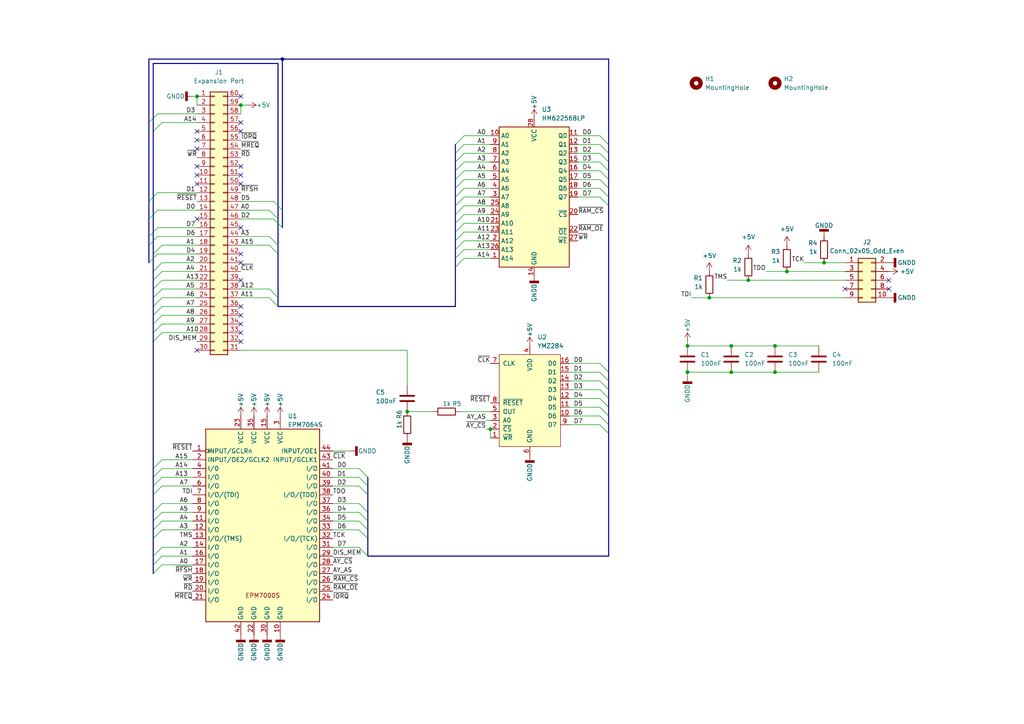
<source format=kicad_sch>
(kicad_sch (version 20231120) (generator "eeschema") (generator_version "8.0")
  (paper "A4")
  (lib_symbols
    (symbol "CPLD:MAX7000_44_PLCC"
      (property "Reference" "U" (at -8.89 35.56 0))
      (symbol "MAX7000_44_PLCC_0_1"
        (rectangle (start -15.24 30.48) (end 17.78 -25.4) (stroke (width 0.254)) (fill (type background)))
      )
      (symbol "MAX7000_44_PLCC_1_1"
        (text "EPM7000S" (at 1.27 -17.78 0) (effects (font (size 1.27 1.27))))
        (pin input clock (at -19.05 24.13 0) (length 3.81) (name "INPUT/GCLRn") (number "1"))
        (pin power_in line (at 6.35 -29.21 90) (length 3.81) (name "GND") (number "10"))
        (pin bidirectional line (at -19.05 3.81 0) (length 3.81) (name "I/O") (number "11"))
        (pin bidirectional line (at -19.05 1.27 0) (length 3.81) (name "I/O") (number "12"))
        (pin bidirectional line (at -19.05 -1.27 0) (length 3.81) (name "I/O/(TMS)") (number "13"))
        (pin bidirectional line (at -19.05 -3.81 0) (length 3.81) (name "I/O") (number "14"))
        (pin power_in line (at 2.54 34.29 270) (length 3.81) (name "VCC") (number "15"))
        (pin bidirectional line (at -19.05 -6.35 0) (length 3.81) (name "I/O") (number "16"))
        (pin bidirectional line (at -19.05 -8.89 0) (length 3.81) (name "I/O") (number "17"))
        (pin bidirectional line (at -19.05 -11.43 0) (length 3.81) (name "I/O") (number "18"))
        (pin bidirectional line (at -19.05 -13.97 0) (length 3.81) (name "I/O") (number "19"))
        (pin input line (at -19.05 21.59 0) (length 3.81) (name "INPUT/OE2/GCLK2") (number "2"))
        (pin bidirectional line (at -19.05 -16.51 0) (length 3.81) (name "I/O") (number "20"))
        (pin bidirectional line (at -19.05 -19.05 0) (length 3.81) (name "I/O") (number "21"))
        (pin power_in line (at -1.27 -29.21 90) (length 3.81) (name "GND") (number "22"))
        (pin power_in line (at -5.08 34.29 270) (length 3.81) (name "VCC") (number "23"))
        (pin bidirectional line (at 21.59 -19.05 180) (length 3.81) (name "I/O") (number "24"))
        (pin bidirectional line (at 21.59 -16.51 180) (length 3.81) (name "I/O") (number "25"))
        (pin bidirectional line (at 21.59 -13.97 180) (length 3.81) (name "I/O") (number "26"))
        (pin bidirectional line (at 21.59 -11.43 180) (length 3.81) (name "I/O") (number "27"))
        (pin bidirectional line (at 21.59 -8.89 180) (length 3.81) (name "I/O") (number "28"))
        (pin bidirectional line (at 21.59 -6.35 180) (length 3.81) (name "I/O") (number "29"))
        (pin power_in line (at 6.35 34.29 270) (length 3.81) (name "VCC") (number "3"))
        (pin power_in line (at 2.54 -29.21 90) (length 3.81) (name "GND") (number "30"))
        (pin bidirectional line (at 21.59 -3.81 180) (length 3.81) (name "I/O") (number "31"))
        (pin bidirectional line (at 21.59 -1.27 180) (length 3.81) (name "I/O/(TCK)") (number "32"))
        (pin bidirectional line (at 21.59 1.27 180) (length 3.81) (name "I/O") (number "33"))
        (pin bidirectional line (at 21.59 3.81 180) (length 3.81) (name "I/O") (number "34"))
        (pin power_in line (at -1.27 34.29 270) (length 3.81) (name "VCC") (number "35"))
        (pin bidirectional line (at 21.59 6.35 180) (length 3.81) (name "I/O") (number "36"))
        (pin bidirectional line (at 21.59 8.89 180) (length 3.81) (name "I/O") (number "37"))
        (pin bidirectional line (at 21.59 11.43 180) (length 3.81) (name "I/O/(TDO)") (number "38"))
        (pin bidirectional line (at 21.59 13.97 180) (length 3.81) (name "I/O") (number "39"))
        (pin bidirectional line (at -19.05 19.05 0) (length 3.81) (name "I/0") (number "4"))
        (pin bidirectional line (at 21.59 16.51 180) (length 3.81) (name "I/O") (number "40"))
        (pin bidirectional line (at 21.59 19.05 180) (length 3.81) (name "I/O") (number "41"))
        (pin power_in line (at -5.08 -29.21 90) (length 3.81) (name "GND") (number "42"))
        (pin input line (at 21.59 21.59 180) (length 3.81) (name "INPUT/GCLK1") (number "43"))
        (pin input line (at 21.59 24.13 180) (length 3.81) (name "INPUT/OE1") (number "44"))
        (pin bidirectional line (at -19.05 16.51 0) (length 3.81) (name "I/O") (number "5"))
        (pin bidirectional line (at -19.05 13.97 0) (length 3.81) (name "I/O") (number "6"))
        (pin bidirectional line (at -19.05 11.43 0) (length 3.81) (name "I/O/(TDI)") (number "7"))
        (pin bidirectional line (at -19.05 8.89 0) (length 3.81) (name "I/O") (number "8"))
        (pin bidirectional line (at -19.05 6.35 0) (length 3.81) (name "I/O") (number "9"))
      )
    )
    (symbol "Connector_Generic:Conn_02x05_Odd_Even" (pin_names (offset 1.016) hide)
      (property "Reference" "J" (at 1.27 7.62 0))
      (property "Value" "Conn_02x05_Odd_Even" (at 1.27 -7.62 0))
      (symbol "Conn_02x05_Odd_Even_1_1"
        (rectangle (start -1.27 -4.953) (end 0 -5.207) (stroke (width 0.1524)))
        (rectangle (start -1.27 -2.413) (end 0 -2.667) (stroke (width 0.1524)))
        (rectangle (start -1.27 0.127) (end 0 -0.127) (stroke (width 0.1524)))
        (rectangle (start -1.27 2.667) (end 0 2.413) (stroke (width 0.1524)))
        (rectangle (start -1.27 5.207) (end 0 4.953) (stroke (width 0.1524)))
        (rectangle (start -1.27 6.35) (end 3.81 -6.35) (stroke (width 0.254)) (fill (type background)))
        (rectangle (start 3.81 -4.953) (end 2.54 -5.207) (stroke (width 0.1524)))
        (rectangle (start 3.81 -2.413) (end 2.54 -2.667) (stroke (width 0.1524)))
        (rectangle (start 3.81 0.127) (end 2.54 -0.127) (stroke (width 0.1524)))
        (rectangle (start 3.81 2.667) (end 2.54 2.413) (stroke (width 0.1524)))
        (rectangle (start 3.81 5.207) (end 2.54 4.953) (stroke (width 0.1524)))
        (pin passive line (at -5.08 5.08 0) (length 3.81) (name "Pin_1") (number "1"))
        (pin passive line (at 7.62 -5.08 180) (length 3.81) (name "Pin_10") (number "10"))
        (pin passive line (at 7.62 5.08 180) (length 3.81) (name "Pin_2") (number "2"))
        (pin passive line (at -5.08 2.54 0) (length 3.81) (name "Pin_3") (number "3"))
        (pin passive line (at 7.62 2.54 180) (length 3.81) (name "Pin_4") (number "4"))
        (pin passive line (at -5.08 0 0) (length 3.81) (name "Pin_5") (number "5"))
        (pin passive line (at 7.62 0 180) (length 3.81) (name "Pin_6") (number "6"))
        (pin passive line (at -5.08 -2.54 0) (length 3.81) (name "Pin_7") (number "7"))
        (pin passive line (at 7.62 -2.54 180) (length 3.81) (name "Pin_8") (number "8"))
        (pin passive line (at -5.08 -5.08 0) (length 3.81) (name "Pin_9") (number "9"))
      )
    )
    (symbol "Connector_Generic:Conn_02x30_Counter_Clockwise" (pin_names (offset 1.016) hide)
      (property "Reference" "J" (at 1.27 38.1 0))
      (property "Value" "Conn_02x30_Counter_Clockwise" (at 1.27 -40.64 0))
      (symbol "Conn_02x30_Counter_Clockwise_1_1"
        (rectangle (start -1.27 -37.973) (end 0 -38.227) (stroke (width 0.1524)))
        (rectangle (start -1.27 -35.433) (end 0 -35.687) (stroke (width 0.1524)))
        (rectangle (start -1.27 -32.893) (end 0 -33.147) (stroke (width 0.1524)))
        (rectangle (start -1.27 -30.353) (end 0 -30.607) (stroke (width 0.1524)))
        (rectangle (start -1.27 -27.813) (end 0 -28.067) (stroke (width 0.1524)))
        (rectangle (start -1.27 -25.273) (end 0 -25.527) (stroke (width 0.1524)))
        (rectangle (start -1.27 -22.733) (end 0 -22.987) (stroke (width 0.1524)))
        (rectangle (start -1.27 -20.193) (end 0 -20.447) (stroke (width 0.1524)))
        (rectangle (start -1.27 -17.653) (end 0 -17.907) (stroke (width 0.1524)))
        (rectangle (start -1.27 -15.113) (end 0 -15.367) (stroke (width 0.1524)))
        (rectangle (start -1.27 -12.573) (end 0 -12.827) (stroke (width 0.1524)))
        (rectangle (start -1.27 -10.033) (end 0 -10.287) (stroke (width 0.1524)))
        (rectangle (start -1.27 -7.493) (end 0 -7.747) (stroke (width 0.1524)))
        (rectangle (start -1.27 -4.953) (end 0 -5.207) (stroke (width 0.1524)))
        (rectangle (start -1.27 -2.413) (end 0 -2.667) (stroke (width 0.1524)))
        (rectangle (start -1.27 0.127) (end 0 -0.127) (stroke (width 0.1524)))
        (rectangle (start -1.27 2.667) (end 0 2.413) (stroke (width 0.1524)))
        (rectangle (start -1.27 5.207) (end 0 4.953) (stroke (width 0.1524)))
        (rectangle (start -1.27 7.747) (end 0 7.493) (stroke (width 0.1524)))
        (rectangle (start -1.27 10.287) (end 0 10.033) (stroke (width 0.1524)))
        (rectangle (start -1.27 12.827) (end 0 12.573) (stroke (width 0.1524)))
        (rectangle (start -1.27 15.367) (end 0 15.113) (stroke (width 0.1524)))
        (rectangle (start -1.27 17.907) (end 0 17.653) (stroke (width 0.1524)))
        (rectangle (start -1.27 20.447) (end 0 20.193) (stroke (width 0.1524)))
        (rectangle (start -1.27 22.987) (end 0 22.733) (stroke (width 0.1524)))
        (rectangle (start -1.27 25.527) (end 0 25.273) (stroke (width 0.1524)))
        (rectangle (start -1.27 28.067) (end 0 27.813) (stroke (width 0.1524)))
        (rectangle (start -1.27 30.607) (end 0 30.353) (stroke (width 0.1524)))
        (rectangle (start -1.27 33.147) (end 0 32.893) (stroke (width 0.1524)))
        (rectangle (start -1.27 35.687) (end 0 35.433) (stroke (width 0.1524)))
        (rectangle (start -1.27 36.83) (end 3.81 -39.37) (stroke (width 0.254)) (fill (type background)))
        (rectangle (start 3.81 -37.973) (end 2.54 -38.227) (stroke (width 0.1524)))
        (rectangle (start 3.81 -35.433) (end 2.54 -35.687) (stroke (width 0.1524)))
        (rectangle (start 3.81 -32.893) (end 2.54 -33.147) (stroke (width 0.1524)))
        (rectangle (start 3.81 -30.353) (end 2.54 -30.607) (stroke (width 0.1524)))
        (rectangle (start 3.81 -27.813) (end 2.54 -28.067) (stroke (width 0.1524)))
        (rectangle (start 3.81 -25.273) (end 2.54 -25.527) (stroke (width 0.1524)))
        (rectangle (start 3.81 -22.733) (end 2.54 -22.987) (stroke (width 0.1524)))
        (rectangle (start 3.81 -20.193) (end 2.54 -20.447) (stroke (width 0.1524)))
        (rectangle (start 3.81 -17.653) (end 2.54 -17.907) (stroke (width 0.1524)))
        (rectangle (start 3.81 -15.113) (end 2.54 -15.367) (stroke (width 0.1524)))
        (rectangle (start 3.81 -12.573) (end 2.54 -12.827) (stroke (width 0.1524)))
        (rectangle (start 3.81 -10.033) (end 2.54 -10.287) (stroke (width 0.1524)))
        (rectangle (start 3.81 -7.493) (end 2.54 -7.747) (stroke (width 0.1524)))
        (rectangle (start 3.81 -4.953) (end 2.54 -5.207) (stroke (width 0.1524)))
        (rectangle (start 3.81 -2.413) (end 2.54 -2.667) (stroke (width 0.1524)))
        (rectangle (start 3.81 0.127) (end 2.54 -0.127) (stroke (width 0.1524)))
        (rectangle (start 3.81 2.667) (end 2.54 2.413) (stroke (width 0.1524)))
        (rectangle (start 3.81 5.207) (end 2.54 4.953) (stroke (width 0.1524)))
        (rectangle (start 3.81 7.747) (end 2.54 7.493) (stroke (width 0.1524)))
        (rectangle (start 3.81 10.287) (end 2.54 10.033) (stroke (width 0.1524)))
        (rectangle (start 3.81 12.827) (end 2.54 12.573) (stroke (width 0.1524)))
        (rectangle (start 3.81 15.367) (end 2.54 15.113) (stroke (width 0.1524)))
        (rectangle (start 3.81 17.907) (end 2.54 17.653) (stroke (width 0.1524)))
        (rectangle (start 3.81 20.447) (end 2.54 20.193) (stroke (width 0.1524)))
        (rectangle (start 3.81 22.987) (end 2.54 22.733) (stroke (width 0.1524)))
        (rectangle (start 3.81 25.527) (end 2.54 25.273) (stroke (width 0.1524)))
        (rectangle (start 3.81 28.067) (end 2.54 27.813) (stroke (width 0.1524)))
        (rectangle (start 3.81 30.607) (end 2.54 30.353) (stroke (width 0.1524)))
        (rectangle (start 3.81 33.147) (end 2.54 32.893) (stroke (width 0.1524)))
        (rectangle (start 3.81 35.687) (end 2.54 35.433) (stroke (width 0.1524)))
        (pin passive line (at -5.08 35.56 0) (length 3.81) (name "Pin_1") (number "1"))
        (pin passive line (at -5.08 12.7 0) (length 3.81) (name "Pin_10") (number "10"))
        (pin passive line (at -5.08 10.16 0) (length 3.81) (name "Pin_11") (number "11"))
        (pin passive line (at -5.08 7.62 0) (length 3.81) (name "Pin_12") (number "12"))
        (pin passive line (at -5.08 5.08 0) (length 3.81) (name "Pin_13") (number "13"))
        (pin passive line (at -5.08 2.54 0) (length 3.81) (name "Pin_14") (number "14"))
        (pin passive line (at -5.08 0 0) (length 3.81) (name "Pin_15") (number "15"))
        (pin passive line (at -5.08 -2.54 0) (length 3.81) (name "Pin_16") (number "16"))
        (pin passive line (at -5.08 -5.08 0) (length 3.81) (name "Pin_17") (number "17"))
        (pin passive line (at -5.08 -7.62 0) (length 3.81) (name "Pin_18") (number "18"))
        (pin passive line (at -5.08 -10.16 0) (length 3.81) (name "Pin_19") (number "19"))
        (pin passive line (at -5.08 33.02 0) (length 3.81) (name "Pin_2") (number "2"))
        (pin passive line (at -5.08 -12.7 0) (length 3.81) (name "Pin_20") (number "20"))
        (pin passive line (at -5.08 -15.24 0) (length 3.81) (name "Pin_21") (number "21"))
        (pin passive line (at -5.08 -17.78 0) (length 3.81) (name "Pin_22") (number "22"))
        (pin passive line (at -5.08 -20.32 0) (length 3.81) (name "Pin_23") (number "23"))
        (pin passive line (at -5.08 -22.86 0) (length 3.81) (name "Pin_24") (number "24"))
        (pin passive line (at -5.08 -25.4 0) (length 3.81) (name "Pin_25") (number "25"))
        (pin passive line (at -5.08 -27.94 0) (length 3.81) (name "Pin_26") (number "26"))
        (pin passive line (at -5.08 -30.48 0) (length 3.81) (name "Pin_27") (number "27"))
        (pin passive line (at -5.08 -33.02 0) (length 3.81) (name "Pin_28") (number "28"))
        (pin passive line (at -5.08 -35.56 0) (length 3.81) (name "Pin_29") (number "29"))
        (pin passive line (at -5.08 30.48 0) (length 3.81) (name "Pin_3") (number "3"))
        (pin passive line (at -5.08 -38.1 0) (length 3.81) (name "Pin_30") (number "30"))
        (pin passive line (at 7.62 -38.1 180) (length 3.81) (name "Pin_31") (number "31"))
        (pin passive line (at 7.62 -35.56 180) (length 3.81) (name "Pin_32") (number "32"))
        (pin passive line (at 7.62 -33.02 180) (length 3.81) (name "Pin_33") (number "33"))
        (pin passive line (at 7.62 -30.48 180) (length 3.81) (name "Pin_34") (number "34"))
        (pin passive line (at 7.62 -27.94 180) (length 3.81) (name "Pin_35") (number "35"))
        (pin passive line (at 7.62 -25.4 180) (length 3.81) (name "Pin_36") (number "36"))
        (pin passive line (at 7.62 -22.86 180) (length 3.81) (name "Pin_37") (number "37"))
        (pin passive line (at 7.62 -20.32 180) (length 3.81) (name "Pin_38") (number "38"))
        (pin passive line (at 7.62 -17.78 180) (length 3.81) (name "Pin_39") (number "39"))
        (pin passive line (at -5.08 27.94 0) (length 3.81) (name "Pin_4") (number "4"))
        (pin passive line (at 7.62 -15.24 180) (length 3.81) (name "Pin_40") (number "40"))
        (pin passive line (at 7.62 -12.7 180) (length 3.81) (name "Pin_41") (number "41"))
        (pin passive line (at 7.62 -10.16 180) (length 3.81) (name "Pin_42") (number "42"))
        (pin passive line (at 7.62 -7.62 180) (length 3.81) (name "Pin_43") (number "43"))
        (pin passive line (at 7.62 -5.08 180) (length 3.81) (name "Pin_44") (number "44"))
        (pin passive line (at 7.62 -2.54 180) (length 3.81) (name "Pin_45") (number "45"))
        (pin passive line (at 7.62 0 180) (length 3.81) (name "Pin_46") (number "46"))
        (pin passive line (at 7.62 2.54 180) (length 3.81) (name "Pin_47") (number "47"))
        (pin passive line (at 7.62 5.08 180) (length 3.81) (name "Pin_48") (number "48"))
        (pin passive line (at 7.62 7.62 180) (length 3.81) (name "Pin_49") (number "49"))
        (pin passive line (at -5.08 25.4 0) (length 3.81) (name "Pin_5") (number "5"))
        (pin passive line (at 7.62 10.16 180) (length 3.81) (name "Pin_50") (number "50"))
        (pin passive line (at 7.62 12.7 180) (length 3.81) (name "Pin_51") (number "51"))
        (pin passive line (at 7.62 15.24 180) (length 3.81) (name "Pin_52") (number "52"))
        (pin passive line (at 7.62 17.78 180) (length 3.81) (name "Pin_53") (number "53"))
        (pin passive line (at 7.62 20.32 180) (length 3.81) (name "Pin_54") (number "54"))
        (pin passive line (at 7.62 22.86 180) (length 3.81) (name "Pin_55") (number "55"))
        (pin passive line (at 7.62 25.4 180) (length 3.81) (name "Pin_56") (number "56"))
        (pin passive line (at 7.62 27.94 180) (length 3.81) (name "Pin_57") (number "57"))
        (pin passive line (at 7.62 30.48 180) (length 3.81) (name "Pin_58") (number "58"))
        (pin passive line (at 7.62 33.02 180) (length 3.81) (name "Pin_59") (number "59"))
        (pin passive line (at -5.08 22.86 0) (length 3.81) (name "Pin_6") (number "6"))
        (pin passive line (at 7.62 35.56 180) (length 3.81) (name "Pin_60") (number "60"))
        (pin passive line (at -5.08 20.32 0) (length 3.81) (name "Pin_7") (number "7"))
        (pin passive line (at -5.08 17.78 0) (length 3.81) (name "Pin_8") (number "8"))
        (pin passive line (at -5.08 15.24 0) (length 3.81) (name "Pin_9") (number "9"))
      )
    )
    (symbol "Device:C" (pin_numbers hide) (pin_names (offset 0.254))
      (property "Reference" "C" (at 0.635 2.54 0))
      (property "Value" "C" (at 0.635 -2.54 0))
      (symbol "C_0_1"
        (polyline (pts (xy -2.032 -0.762) (xy 2.032 -0.762)) (stroke (width 0.508)))
        (polyline (pts (xy -2.032 0.762) (xy 2.032 0.762)) (stroke (width 0.508)))
      )
      (symbol "C_1_1"
        (pin passive line (at 0 3.81 270) (length 2.794) (name "~") (number "1"))
        (pin passive line (at 0 -3.81 90) (length 2.794) (name "~") (number "2"))
      )
    )
    (symbol "Device:R" (pin_numbers hide) (pin_names (offset 0))
      (property "Reference" "R" (at 2.032 0 90))
      (property "Value" "R" (at 0 0 90))
      (symbol "R_0_1"
        (rectangle (start -1.016 -2.54) (end 1.016 2.54) (stroke (width 0.254)))
      )
      (symbol "R_1_1"
        (pin passive line (at 0 3.81 270) (length 1.27) (name "~") (number "1"))
        (pin passive line (at 0 -3.81 90) (length 1.27) (name "~") (number "2"))
      )
    )
    (symbol "Mechanical:MountingHole" (pin_names (offset 1.016)) (exclude_from_sim yes) (in_bom no)
      (property "Reference" "H" (at 0 5.08 0))
      (property "Value" "MountingHole" (at 0 3.175 0))
      (symbol "MountingHole_0_1"
        (circle (center 0 0) (radius 1.27) (stroke (width 1.27)))
      )
    )
    (symbol "Memory_RAM:HM62256BLP"
      (property "Reference" "U" (at -10.16 20.955 0))
      (property "Value" "HM62256BLP" (at 2.54 20.955 0))
      (symbol "HM62256BLP_0_0"
        (pin power_in line (at 0 -22.86 90) (length 2.54) (name "GND") (number "14"))
        (pin power_in line (at 0 22.86 270) (length 2.54) (name "VCC") (number "28"))
      )
      (symbol "HM62256BLP_0_1"
        (rectangle (start -10.16 20.32) (end 10.16 -20.32) (stroke (width 0.254)) (fill (type background)))
      )
      (symbol "HM62256BLP_1_1"
        (pin input line (at -12.7 -17.78 0) (length 2.54) (name "A14") (number "1"))
        (pin input line (at -12.7 17.78 0) (length 2.54) (name "A0") (number "10"))
        (pin tri_state line (at 12.7 17.78 180) (length 2.54) (name "Q0") (number "11"))
        (pin tri_state line (at 12.7 15.24 180) (length 2.54) (name "Q1") (number "12"))
        (pin tri_state line (at 12.7 12.7 180) (length 2.54) (name "Q2") (number "13"))
        (pin tri_state line (at 12.7 10.16 180) (length 2.54) (name "Q3") (number "15"))
        (pin tri_state line (at 12.7 7.62 180) (length 2.54) (name "Q4") (number "16"))
        (pin tri_state line (at 12.7 5.08 180) (length 2.54) (name "Q5") (number "17"))
        (pin tri_state line (at 12.7 2.54 180) (length 2.54) (name "Q6") (number "18"))
        (pin tri_state line (at 12.7 0 180) (length 2.54) (name "Q7") (number "19"))
        (pin input line (at -12.7 -12.7 0) (length 2.54) (name "A12") (number "2"))
        (pin input line (at 12.7 -5.08 180) (length 2.54) (name "~{CS}") (number "20"))
        (pin input line (at -12.7 -7.62 0) (length 2.54) (name "A10") (number "21"))
        (pin input line (at 12.7 -10.16 180) (length 2.54) (name "~{OE}") (number "22"))
        (pin input line (at -12.7 -10.16 0) (length 2.54) (name "A11") (number "23"))
        (pin input line (at -12.7 -5.08 0) (length 2.54) (name "A9") (number "24"))
        (pin input line (at -12.7 -2.54 0) (length 2.54) (name "A8") (number "25"))
        (pin input line (at -12.7 -15.24 0) (length 2.54) (name "A13") (number "26"))
        (pin input line (at 12.7 -12.7 180) (length 2.54) (name "~{WE}") (number "27"))
        (pin input line (at -12.7 0 0) (length 2.54) (name "A7") (number "3"))
        (pin input line (at -12.7 2.54 0) (length 2.54) (name "A6") (number "4"))
        (pin input line (at -12.7 5.08 0) (length 2.54) (name "A5") (number "5"))
        (pin input line (at -12.7 7.62 0) (length 2.54) (name "A4") (number "6"))
        (pin input line (at -12.7 10.16 0) (length 2.54) (name "A3") (number "7"))
        (pin input line (at -12.7 12.7 0) (length 2.54) (name "A2") (number "8"))
        (pin input line (at -12.7 15.24 0) (length 2.54) (name "A1") (number "9"))
      )
    )
    (symbol "Vintage_Audio_Synth:YMZ284" (pin_names (offset 1.016))
      (property "Reference" "U" (at 5.08 7.62 0))
      (property "Value" "YMZ284" (at 7.62 5.08 0))
      (symbol "YMZ284_0_1"
        (rectangle (start -8.89 3.81) (end 8.89 -22.86) (fill (type background)))
      )
      (symbol "YMZ284_1_1"
        (pin input line (at -11.43 -20.32 0) (length 2.54) (name "~{WR}") (number "1"))
        (pin input line (at 11.43 -13.97 180) (length 2.54) (name "D6") (number "10"))
        (pin input line (at 11.43 -11.43 180) (length 2.54) (name "D5") (number "11"))
        (pin input line (at 11.43 -8.89 180) (length 2.54) (name "D4") (number "12"))
        (pin input line (at 11.43 -6.35 180) (length 2.54) (name "D3") (number "13"))
        (pin input line (at 11.43 -3.81 180) (length 2.54) (name "D2") (number "14"))
        (pin input line (at 11.43 -1.27 180) (length 2.54) (name "D1") (number "15"))
        (pin input line (at 11.43 1.27 180) (length 2.54) (name "D0") (number "16"))
        (pin input line (at -11.43 -17.78 0) (length 2.54) (name "~{CS}") (number "2"))
        (pin output line (at -11.43 -15.24 0) (length 2.54) (name "A0") (number "3"))
        (pin input line (at 0 6.35 270) (length 2.54) (name "VDD") (number "4"))
        (pin output line (at -11.43 -12.7 0) (length 2.54) (name "OUT") (number "5"))
        (pin input line (at 0 -25.4 90) (length 2.54) (name "GND") (number "6"))
        (pin input line (at -11.43 1.27 0) (length 2.54) (name "CLK") (number "7"))
        (pin input line (at -11.43 -10.16 0) (length 2.54) (name "~{RESET}") (number "8"))
        (pin input line (at 11.43 -16.51 180) (length 2.54) (name "D7") (number "9"))
      )
    )
    (symbol "power:+5V" (power) (pin_names (offset 0))
      (property "Value" "+5V" (at 0 3.556 0))
      (symbol "+5V_0_1"
        (polyline (pts (xy -0.762 1.27) (xy 0 2.54)))
        (polyline (pts (xy 0 0) (xy 0 2.54)))
        (polyline (pts (xy 0 2.54) (xy 0.762 1.27)))
      )
      (symbol "+5V_1_1"
        (pin power_in line (at 0 0 90) (length 0) hide (name "+5V") (number "1"))
      )
    )
    (symbol "power:GNDD" (power) (pin_names (offset 0))
      (property "Value" "GNDD" (at 0 -3.175 0))
      (symbol "GNDD_0_1"
        (rectangle (start -1.27 -1.524) (end 1.27 -2.032) (stroke (width 0.254)) (fill (type outline)))
        (polyline (pts (xy 0 0) (xy 0 -1.524)))
      )
      (symbol "GNDD_1_1"
        (pin power_in line (at 0 0 270) (length 0) hide (name "GNDD") (number "1"))
      )
    )
  )
  (junction (at 57.15 27.94))
  (junction (at 69.85 30.48))
  (junction (at 199.39 107.95))
  (junction (at 142.24 124.46))
  (junction (at 205.74 86.36))
  (junction (at 81.915 17.145))
  (junction (at 118.11 119.38))
  (junction (at 224.79 100.33))
  (junction (at 199.39 100.33))
  (junction (at 239.014 76.2))
  (junction (at 224.79 107.95))
  (junction (at 228.219 78.74))
  (junction (at 212.09 107.95))
  (junction (at 212.09 100.33))
  (junction (at 217.043 81.28))
  (no_connect (at 57.15 38.1))
  (no_connect (at 245.11 83.82))
  (no_connect (at 57.15 48.26))
  (no_connect (at 57.15 50.8))
  (no_connect (at 57.15 43.18))
  (no_connect (at 57.15 40.64))
  (no_connect (at 69.85 76.2))
  (no_connect (at 69.85 53.34))
  (no_connect (at 69.85 48.26))
  (no_connect (at 69.85 96.52))
  (no_connect (at 69.85 35.56))
  (no_connect (at 69.85 99.06))
  (no_connect (at 57.15 63.5))
  (no_connect (at 57.15 53.34))
  (no_connect (at 257.81 81.28))
  (no_connect (at 69.85 27.94))
  (no_connect (at 69.85 88.9))
  (no_connect (at 69.85 66.04))
  (no_connect (at 57.15 101.6))
  (no_connect (at 69.85 81.28))
  (no_connect (at 69.85 73.66))
  (no_connect (at 69.85 91.44))
  (no_connect (at 69.85 93.98))
  (no_connect (at 69.85 50.8))
  (no_connect (at 69.85 38.1))
  (no_connect (at 257.81 83.82))
  (bus_entry (at 44.45 81.28) (size 2.54 -2.54))
  (bus_entry (at 132.08 41.91) (size 2.54 -2.54))
  (bus_entry (at 44.45 91.44) (size 2.54 -2.54))
  (bus_entry (at 43.18 76.2) (size 2.54 -2.54))
  (bus_entry (at 44.45 138.43) (size 2.54 -2.54))
  (bus_entry (at 173.99 49.53) (size 2.54 2.54))
  (bus_entry (at 173.99 120.65) (size 2.54 2.54))
  (bus_entry (at 43.18 68.58) (size 2.54 -2.54))
  (bus_entry (at 106.68 151.13) (size -2.54 -2.54))
  (bus_entry (at 132.08 67.31) (size 2.54 -2.54))
  (bus_entry (at 173.99 54.61) (size 2.54 2.54))
  (bus_entry (at 78.105 83.82) (size 2.54 2.54))
  (bus_entry (at 173.99 105.41) (size 2.54 2.54))
  (bus_entry (at 106.68 156.21) (size -2.54 -2.54))
  (bus_entry (at 44.45 148.59) (size 2.54 -2.54))
  (bus_entry (at 132.08 52.07) (size 2.54 -2.54))
  (bus_entry (at 44.45 161.29) (size 2.54 -2.54))
  (bus_entry (at 44.45 93.98) (size 2.54 -2.54))
  (bus_entry (at 106.68 161.29) (size -2.54 -2.54))
  (bus_entry (at 173.99 46.99) (size 2.54 2.54))
  (bus_entry (at 44.45 99.06) (size 2.54 -2.54))
  (bus_entry (at 132.08 74.93) (size 2.54 -2.54))
  (bus_entry (at 79.375 63.5) (size 2.54 2.54))
  (bus_entry (at 132.08 59.69) (size 2.54 -2.54))
  (bus_entry (at 106.68 153.67) (size -2.54 -2.54))
  (bus_entry (at 132.08 77.47) (size 2.54 -2.54))
  (bus_entry (at 44.45 153.67) (size 2.54 -2.54))
  (bus_entry (at 106.68 148.59) (size -2.54 -2.54))
  (bus_entry (at 106.68 138.43) (size -2.54 -2.54))
  (bus_entry (at 78.105 68.58) (size 2.54 2.54))
  (bus_entry (at 132.08 57.15) (size 2.54 -2.54))
  (bus_entry (at 44.45 83.82) (size 2.54 -2.54))
  (bus_entry (at 106.68 143.51) (size -2.54 -2.54))
  (bus_entry (at 132.08 62.23) (size 2.54 -2.54))
  (bus_entry (at 173.99 123.19) (size 2.54 2.54))
  (bus_entry (at 45.72 60.96) (size -2.54 2.54))
  (bus_entry (at 173.99 57.15) (size 2.54 2.54))
  (bus_entry (at 44.45 151.13) (size 2.54 -2.54))
  (bus_entry (at 173.99 39.37) (size 2.54 2.54))
  (bus_entry (at 44.45 78.74) (size 2.54 -2.54))
  (bus_entry (at 44.45 88.9) (size 2.54 -2.54))
  (bus_entry (at 173.99 110.49) (size 2.54 2.54))
  (bus_entry (at 43.18 58.42) (size 2.54 -2.54))
  (bus_entry (at 106.68 140.97) (size -2.54 -2.54))
  (bus_entry (at 79.375 58.42) (size 2.54 2.54))
  (bus_entry (at 44.45 38.1) (size 2.54 -2.54))
  (bus_entry (at 132.08 64.77) (size 2.54 -2.54))
  (bus_entry (at 43.18 35.56) (size 2.54 -2.54))
  (bus_entry (at 132.08 54.61) (size 2.54 -2.54))
  (bus_entry (at 43.18 71.12) (size 2.54 -2.54))
  (bus_entry (at 78.105 60.96) (size 2.54 2.54))
  (bus_entry (at 44.45 163.83) (size 2.54 -2.54))
  (bus_entry (at 44.45 135.89) (size 2.54 -2.54))
  (bus_entry (at 173.99 118.11) (size 2.54 2.54))
  (bus_entry (at 132.08 69.85) (size 2.54 -2.54))
  (bus_entry (at 78.105 71.12) (size 2.54 2.54))
  (bus_entry (at 44.45 96.52) (size 2.54 -2.54))
  (bus_entry (at 132.08 44.45) (size 2.54 -2.54))
  (bus_entry (at 173.99 107.95) (size 2.54 2.54))
  (bus_entry (at 44.45 143.51) (size 2.54 -2.54))
  (bus_entry (at 173.99 113.03) (size 2.54 2.54))
  (bus_entry (at 132.08 46.99) (size 2.54 -2.54))
  (bus_entry (at 44.45 73.66) (size 2.54 -2.54))
  (bus_entry (at 44.45 166.37) (size 2.54 -2.54))
  (bus_entry (at 132.08 72.39) (size 2.54 -2.54))
  (bus_entry (at 173.99 52.07) (size 2.54 2.54))
  (bus_entry (at 132.08 49.53) (size 2.54 -2.54))
  (bus_entry (at 78.105 86.36) (size 2.54 2.54))
  (bus_entry (at 173.99 41.91) (size 2.54 2.54))
  (bus_entry (at 44.45 86.36) (size 2.54 -2.54))
  (bus_entry (at 44.45 140.97) (size 2.54 -2.54))
  (bus_entry (at 173.99 115.57) (size 2.54 2.54))
  (bus_entry (at 173.99 44.45) (size 2.54 2.54))
  (bus_entry (at 44.45 156.21) (size 2.54 -2.54))
  (wire (pts (xy 96.52 151.13) (xy 104.14 151.13)))
  (wire (pts (xy 199.39 107.95) (xy 212.09 107.95)))
  (bus (pts (xy 176.53 120.65) (xy 176.53 123.19)))
  (bus (pts (xy 44.45 73.66) (xy 44.45 78.74)))
  (bus (pts (xy 44.45 138.43) (xy 44.45 140.97)))
  (wire (pts (xy 167.64 57.15) (xy 173.99 57.15)))
  (bus (pts (xy 44.45 163.83) (xy 44.45 166.37)))
  (wire (pts (xy 134.62 57.15) (xy 142.24 57.15)))
  (bus (pts (xy 176.53 123.19) (xy 176.53 125.73)))
  (bus (pts (xy 44.45 18.415) (xy 80.645 18.415)))
  (wire (pts (xy 96.52 140.97) (xy 104.14 140.97)))
  (bus (pts (xy 44.45 81.28) (xy 44.45 83.82)))
  (wire (pts (xy 46.99 161.29) (xy 55.88 161.29)))
  (bus (pts (xy 43.18 58.42) (xy 43.18 63.5)))
  (wire (pts (xy 46.99 76.2) (xy 57.15 76.2)))
  (wire (pts (xy 134.62 44.45) (xy 142.24 44.45)))
  (bus (pts (xy 132.08 54.61) (xy 132.08 57.15)))
  (wire (pts (xy 165.1 120.65) (xy 173.99 120.65)))
  (wire (pts (xy 46.99 138.43) (xy 55.88 138.43)))
  (bus (pts (xy 44.45 151.13) (xy 44.45 153.67)))
  (wire (pts (xy 165.1 107.95) (xy 173.99 107.95)))
  (bus (pts (xy 44.45 93.98) (xy 44.45 96.52)))
  (bus (pts (xy 106.68 156.21) (xy 106.68 161.29)))
  (bus (pts (xy 132.08 74.93) (xy 132.08 77.47)))
  (wire (pts (xy 69.85 71.12) (xy 78.105 71.12)))
  (bus (pts (xy 176.53 52.07) (xy 176.53 54.61)))
  (wire (pts (xy 134.62 52.07) (xy 142.24 52.07)))
  (wire (pts (xy 46.99 96.52) (xy 57.15 96.52)))
  (bus (pts (xy 132.08 41.91) (xy 132.08 44.45)))
  (wire (pts (xy 134.62 49.53) (xy 142.24 49.53)))
  (wire (pts (xy 69.85 58.42) (xy 79.375 58.42)))
  (wire (pts (xy 57.15 27.94) (xy 57.15 30.48)))
  (wire (pts (xy 167.64 54.61) (xy 173.99 54.61)))
  (wire (pts (xy 228.219 78.74) (xy 245.11 78.74)))
  (wire (pts (xy 118.11 111.76) (xy 118.11 101.6)))
  (wire (pts (xy 46.99 81.28) (xy 57.15 81.28)))
  (wire (pts (xy 96.52 153.67) (xy 104.14 153.67)))
  (bus (pts (xy 132.08 52.07) (xy 132.08 54.61)))
  (wire (pts (xy 46.99 88.9) (xy 57.15 88.9)))
  (bus (pts (xy 44.45 91.44) (xy 44.45 93.98)))
  (wire (pts (xy 46.99 91.44) (xy 57.15 91.44)))
  (wire (pts (xy 46.99 146.05) (xy 55.88 146.05)))
  (wire (pts (xy 210.947 81.28) (xy 217.043 81.28)))
  (bus (pts (xy 176.53 107.95) (xy 176.53 110.49)))
  (bus (pts (xy 176.53 41.91) (xy 176.53 44.45)))
  (wire (pts (xy 96.52 158.75) (xy 104.14 158.75)))
  (wire (pts (xy 69.85 30.48) (xy 71.755 30.48)))
  (bus (pts (xy 176.53 161.29) (xy 106.68 161.29)))
  (bus (pts (xy 80.645 71.12) (xy 80.645 73.66)))
  (bus (pts (xy 80.645 63.5) (xy 80.645 71.12)))
  (wire (pts (xy 96.52 135.89) (xy 104.14 135.89)))
  (bus (pts (xy 132.08 64.77) (xy 132.08 67.31)))
  (wire (pts (xy 69.85 63.5) (xy 79.375 63.5)))
  (wire (pts (xy 118.11 119.38) (xy 125.73 119.38)))
  (wire (pts (xy 165.1 118.11) (xy 173.99 118.11)))
  (wire (pts (xy 167.64 44.45) (xy 173.99 44.45)))
  (bus (pts (xy 43.18 71.12) (xy 43.18 76.2)))
  (wire (pts (xy 69.85 101.6) (xy 118.11 101.6)))
  (wire (pts (xy 45.72 60.96) (xy 57.15 60.96)))
  (bus (pts (xy 81.915 60.96) (xy 81.915 66.04)))
  (wire (pts (xy 212.09 107.95) (xy 224.79 107.95)))
  (wire (pts (xy 46.99 86.36) (xy 57.15 86.36)))
  (bus (pts (xy 132.08 49.53) (xy 132.08 52.07)))
  (bus (pts (xy 132.08 57.15) (xy 132.08 59.69)))
  (bus (pts (xy 106.68 138.43) (xy 106.68 140.97)))
  (wire (pts (xy 199.39 100.33) (xy 212.09 100.33)))
  (bus (pts (xy 106.68 143.51) (xy 106.68 148.59)))
  (bus (pts (xy 44.45 143.51) (xy 44.45 148.59)))
  (wire (pts (xy 46.99 35.56) (xy 57.15 35.56)))
  (wire (pts (xy 165.1 105.41) (xy 173.99 105.41)))
  (wire (pts (xy 46.99 151.13) (xy 55.88 151.13)))
  (bus (pts (xy 132.08 44.45) (xy 132.08 46.99)))
  (bus (pts (xy 106.68 140.97) (xy 106.68 143.51)))
  (bus (pts (xy 81.915 17.145) (xy 176.53 17.145)))
  (bus (pts (xy 106.68 151.13) (xy 106.68 153.67)))
  (bus (pts (xy 132.08 72.39) (xy 132.08 74.93)))
  (bus (pts (xy 43.18 63.5) (xy 43.18 68.58)))
  (wire (pts (xy 46.99 153.67) (xy 55.88 153.67)))
  (bus (pts (xy 80.645 18.415) (xy 80.645 63.5)))
  (wire (pts (xy 134.62 74.93) (xy 142.24 74.93)))
  (bus (pts (xy 44.45 38.1) (xy 44.45 73.66)))
  (bus (pts (xy 176.53 125.73) (xy 176.53 161.29)))
  (bus (pts (xy 44.45 161.29) (xy 44.45 163.83)))
  (wire (pts (xy 165.1 115.57) (xy 173.99 115.57)))
  (wire (pts (xy 167.64 52.07) (xy 173.99 52.07)))
  (bus (pts (xy 132.08 67.31) (xy 132.08 69.85)))
  (bus (pts (xy 106.68 148.59) (xy 106.68 151.13)))
  (bus (pts (xy 176.53 44.45) (xy 176.53 46.99)))
  (wire (pts (xy 142.24 124.46) (xy 142.24 127)))
  (wire (pts (xy 134.62 39.37) (xy 142.24 39.37)))
  (wire (pts (xy 167.64 46.99) (xy 173.99 46.99)))
  (bus (pts (xy 43.18 68.58) (xy 43.18 71.12)))
  (bus (pts (xy 176.53 59.69) (xy 176.53 107.95)))
  (bus (pts (xy 43.18 35.56) (xy 43.18 58.42)))
  (bus (pts (xy 44.45 88.9) (xy 44.45 91.44)))
  (wire (pts (xy 134.62 59.69) (xy 142.24 59.69)))
  (wire (pts (xy 46.99 163.83) (xy 55.88 163.83)))
  (wire (pts (xy 222.123 78.74) (xy 228.219 78.74)))
  (wire (pts (xy 46.99 140.97) (xy 55.88 140.97)))
  (wire (pts (xy 134.62 67.31) (xy 142.24 67.31)))
  (bus (pts (xy 81.915 17.145) (xy 81.915 60.96)))
  (bus (pts (xy 176.53 118.11) (xy 176.53 120.65)))
  (wire (pts (xy 239.014 76.2) (xy 245.11 76.2)))
  (wire (pts (xy 69.85 30.48) (xy 69.85 33.02)))
  (wire (pts (xy 46.99 83.82) (xy 57.15 83.82)))
  (bus (pts (xy 176.53 115.57) (xy 176.53 118.11)))
  (bus (pts (xy 176.53 17.145) (xy 176.53 41.91)))
  (bus (pts (xy 132.08 59.69) (xy 132.08 62.23)))
  (wire (pts (xy 167.64 41.91) (xy 173.99 41.91)))
  (wire (pts (xy 46.99 135.89) (xy 55.88 135.89)))
  (wire (pts (xy 199.39 99.06) (xy 199.39 100.33)))
  (wire (pts (xy 140.97 124.46) (xy 142.24 124.46)))
  (wire (pts (xy 133.35 119.38) (xy 142.24 119.38)))
  (wire (pts (xy 224.79 100.33) (xy 237.49 100.33)))
  (wire (pts (xy 134.62 41.91) (xy 142.24 41.91)))
  (bus (pts (xy 80.645 73.66) (xy 80.645 86.36)))
  (bus (pts (xy 132.08 46.99) (xy 132.08 49.53)))
  (wire (pts (xy 134.62 72.39) (xy 142.24 72.39)))
  (bus (pts (xy 43.18 35.56) (xy 43.18 17.145)))
  (wire (pts (xy 46.99 78.74) (xy 57.15 78.74)))
  (wire (pts (xy 167.64 39.37) (xy 173.99 39.37)))
  (wire (pts (xy 134.62 69.85) (xy 142.24 69.85)))
  (bus (pts (xy 176.53 57.15) (xy 176.53 59.69)))
  (wire (pts (xy 69.85 68.58) (xy 78.105 68.58)))
  (wire (pts (xy 45.72 55.88) (xy 57.15 55.88)))
  (bus (pts (xy 44.45 78.74) (xy 44.45 81.28)))
  (wire (pts (xy 165.1 110.49) (xy 173.99 110.49)))
  (wire (pts (xy 46.99 71.12) (xy 57.15 71.12)))
  (wire (pts (xy 46.99 148.59) (xy 55.88 148.59)))
  (bus (pts (xy 44.45 140.97) (xy 44.45 143.51)))
  (wire (pts (xy 45.72 68.58) (xy 57.15 68.58)))
  (wire (pts (xy 96.52 146.05) (xy 104.14 146.05)))
  (bus (pts (xy 132.08 77.47) (xy 132.08 88.9)))
  (wire (pts (xy 45.72 66.04) (xy 57.15 66.04)))
  (wire (pts (xy 205.74 86.36) (xy 245.11 86.36)))
  (wire (pts (xy 96.52 138.43) (xy 104.14 138.43)))
  (wire (pts (xy 45.72 73.66) (xy 57.15 73.66)))
  (bus (pts (xy 176.53 110.49) (xy 176.53 113.03)))
  (wire (pts (xy 69.85 60.96) (xy 78.105 60.96)))
  (wire (pts (xy 134.62 54.61) (xy 142.24 54.61)))
  (wire (pts (xy 167.64 49.53) (xy 173.99 49.53)))
  (wire (pts (xy 96.52 148.59) (xy 104.14 148.59)))
  (bus (pts (xy 43.18 17.145) (xy 81.915 17.145)))
  (bus (pts (xy 44.45 38.1) (xy 44.45 18.415)))
  (bus (pts (xy 44.45 156.21) (xy 44.45 161.29)))
  (bus (pts (xy 44.45 148.59) (xy 44.45 151.13)))
  (wire (pts (xy 212.09 100.33) (xy 224.79 100.33)))
  (wire (pts (xy 101.6 130.81) (xy 96.52 130.81)))
  (bus (pts (xy 176.53 54.61) (xy 176.53 57.15)))
  (wire (pts (xy 69.85 83.82) (xy 78.105 83.82)))
  (wire (pts (xy 55.88 27.94) (xy 57.15 27.94)))
  (bus (pts (xy 44.45 99.06) (xy 44.45 135.89)))
  (bus (pts (xy 80.645 88.9) (xy 132.08 88.9)))
  (wire (pts (xy 140.97 121.92) (xy 142.24 121.92)))
  (wire (pts (xy 46.99 93.98) (xy 57.15 93.98)))
  (bus (pts (xy 80.645 88.9) (xy 80.645 86.36)))
  (wire (pts (xy 46.99 158.75) (xy 55.88 158.75)))
  (wire (pts (xy 69.85 86.36) (xy 78.105 86.36)))
  (wire (pts (xy 165.1 113.03) (xy 173.99 113.03)))
  (wire (pts (xy 134.62 64.77) (xy 142.24 64.77)))
  (bus (pts (xy 44.45 99.06) (xy 44.45 96.52)))
  (wire (pts (xy 199.39 109.22) (xy 199.39 107.95)))
  (bus (pts (xy 44.45 83.82) (xy 44.45 86.36)))
  (bus (pts (xy 44.45 135.89) (xy 44.45 138.43)))
  (wire (pts (xy 134.62 46.99) (xy 142.24 46.99)))
  (bus (pts (xy 132.08 69.85) (xy 132.08 72.39)))
  (wire (pts (xy 46.99 133.35) (xy 55.88 133.35)))
  (wire (pts (xy 224.79 107.95) (xy 237.49 107.95)))
  (bus (pts (xy 106.68 153.67) (xy 106.68 156.21)))
  (bus (pts (xy 176.53 49.53) (xy 176.53 52.07)))
  (bus (pts (xy 176.53 113.03) (xy 176.53 115.57)))
  (wire (pts (xy 200.533 86.36) (xy 205.74 86.36)))
  (wire (pts (xy 134.62 62.23) (xy 142.24 62.23)))
  (bus (pts (xy 44.45 86.36) (xy 44.45 88.9)))
  (wire (pts (xy 233.299 76.2) (xy 239.014 76.2)))
  (bus (pts (xy 176.53 46.99) (xy 176.53 49.53)))
  (wire (pts (xy 165.1 123.19) (xy 173.99 123.19)))
  (wire (pts (xy 45.72 33.02) (xy 57.15 33.02)))
  (bus (pts (xy 132.08 62.23) (xy 132.08 64.77)))
  (bus (pts (xy 44.45 153.67) (xy 44.45 156.21)))
  (wire (pts (xy 217.043 81.28) (xy 245.11 81.28)))
  (label "D3" (at 168.91 46.99 0))
  (label "~{RESET}" (at 142.24 116.84 180))
  (label "A3" (at 138.43 46.99 0))
  (label "A15" (at 50.8 133.35 0))
  (label "D7" (at 97.79 158.75 0))
  (label "~{CLK}" (at 69.85 78.74 0))
  (label "~{RD}" (at 55.88 171.45 180))
  (label "A8" (at 138.43 59.69 0))
  (label "TDI" (at 55.88 143.51 180))
  (label "D0" (at 166.37 105.41 0))
  (label "TDO" (at 96.52 143.51 0))
  (label "A10" (at 138.43 64.77 0))
  (label "TCK" (at 233.299 76.2 180))
  (label "D2" (at 166.37 110.49 0))
  (label "A0" (at 69.85 60.96 0))
  (label "A5" (at 52.07 148.59 0))
  (label "A4" (at 138.43 49.53 0))
  (label "A5" (at 53.975 83.82 0))
  (label "D2" (at 97.79 140.97 0))
  (label "A4" (at 53.975 78.74 0))
  (label "A1" (at 138.43 41.91 0))
  (label "D3" (at 53.975 33.02 0))
  (label "A6" (at 138.43 54.61 0))
  (label "TDI" (at 200.533 86.36 180))
  (label "D3" (at 97.79 146.05 0))
  (label "D1" (at 97.79 138.43 0))
  (label "A1" (at 52.07 161.29 0))
  (label "~{RFSH}" (at 69.85 55.88 0))
  (label "A15" (at 69.85 71.12 0))
  (label "A3" (at 52.07 153.67 0))
  (label "A7" (at 52.07 140.97 0))
  (label "A5" (at 138.43 52.07 0))
  (label "~{CLK}" (at 142.24 105.41 180))
  (label "D5" (at 166.37 118.11 0))
  (label "DIS_MEM" (at 57.15 99.06 180))
  (label "A7" (at 138.43 57.15 0))
  (label "A0" (at 52.07 163.83 0))
  (label "A0" (at 138.43 39.37 0))
  (label "D3" (at 166.37 113.03 0))
  (label "~{RAM_OE}" (at 96.52 171.45 0))
  (label "D6" (at 97.79 153.67 0))
  (label "D0" (at 168.91 39.37 0))
  (label "A2" (at 53.975 76.2 0))
  (label "~{WR}" (at 167.64 69.85 0))
  (label "A14" (at 50.8 135.89 0))
  (label "A13" (at 50.8 138.43 0))
  (label "A6" (at 52.07 146.05 0))
  (label "~{MREQ}" (at 69.85 43.18 0))
  (label "A7" (at 53.975 88.9 0))
  (label "A12" (at 69.85 83.82 0))
  (label "A14" (at 53.34 35.56 0))
  (label "D7" (at 168.91 57.15 0))
  (label "AY_AS" (at 140.97 121.92 180))
  (label "~{MREQ}" (at 55.88 173.99 180))
  (label "A2" (at 52.07 158.75 0))
  (label "A10" (at 53.975 96.52 0))
  (label "A11" (at 138.43 67.31 0))
  (label "~{CLK}" (at 96.52 133.35 0))
  (label "D5" (at 97.79 151.13 0))
  (label "~{RESET}" (at 57.15 58.42 180))
  (label "D7" (at 53.975 66.04 0))
  (label "TMS" (at 210.947 81.28 180))
  (label "D5" (at 69.85 58.42 0))
  (label "D1" (at 166.37 107.95 0))
  (label "~{AY_CS}" (at 140.97 124.46 180))
  (label "~{RAM_CS}" (at 96.52 168.91 0))
  (label "D6" (at 168.91 54.61 0))
  (label "TMS" (at 55.88 156.21 180))
  (label "D4" (at 166.37 115.57 0))
  (label "D2" (at 168.91 44.45 0))
  (label "~{AY_CS}" (at 96.52 163.83 0))
  (label "A13" (at 138.43 72.39 0))
  (label "~{RESET}" (at 55.88 130.81 180))
  (label "D1" (at 53.975 55.88 0))
  (label "~{RAM_CS}" (at 167.64 62.23 0))
  (label "D0" (at 97.79 135.89 0))
  (label "D4" (at 168.91 49.53 0))
  (label "D0" (at 53.975 60.96 0))
  (label "~{WR}" (at 55.88 168.91 180))
  (label "~{IORQ}" (at 69.85 40.64 0))
  (label "D6" (at 166.37 120.65 0))
  (label "~{WR}" (at 57.15 45.72 180))
  (label "D1" (at 168.91 41.91 0))
  (label "A8" (at 53.975 91.44 0))
  (label "A9" (at 53.975 93.98 0))
  (label "~{RAM_OE}" (at 167.64 67.31 0))
  (label "D4" (at 53.975 73.66 0))
  (label "A11" (at 69.85 86.36 0))
  (label "DIS_MEM" (at 96.52 161.29 0))
  (label "A9" (at 138.43 62.23 0))
  (label "A1" (at 53.975 71.12 0))
  (label "TCK" (at 96.52 156.21 0))
  (label "~{IORQ}" (at 96.52 173.99 0))
  (label "D5" (at 168.91 52.07 0))
  (label "D7" (at 166.37 123.19 0))
  (label "AY_AS" (at 96.52 166.37 0))
  (label "D6" (at 53.975 68.58 0))
  (label "A3" (at 69.85 68.58 0))
  (label "TDO" (at 222.123 78.74 180))
  (label "A4" (at 52.07 151.13 0))
  (label "A13" (at 53.975 81.28 0))
  (label "A6" (at 53.975 86.36 0))
  (label "D4" (at 97.79 148.59 0))
  (label "~{RD}" (at 69.85 45.72 0))
  (label "~{RFSH}" (at 55.88 166.37 180))
  (label "D2" (at 69.85 63.5 0))
  (label "A14" (at 138.43 74.93 0))
  (label "A2" (at 138.43 44.45 0))
  (label "A12" (at 138.43 69.85 0))
  (symbol (lib_id "power:GNDD") (at 77.47 184.15 0) (unit 1)
    (property "Reference" "#PWR16" (effects (hide yes)))
    (property "Value" "GNDD" (at 77.47 191.77 90) (effects (justify left)))
  )
  (symbol (lib_id "power:+5V") (at 199.39 99.06 0) (unit 1)
    (property "Reference" "#PWR2" (effects (hide yes)))
    (property "Value" "+5V" (at 199.39 96.52 90) (effects (justify left)))
  )
  (symbol (lib_id "Memory_RAM:HM62256BLP") (at 154.94 57.15 0) (unit 1)
    (property "Reference" "U3" (at 157.1341 31.75 0) (effects (justify left)))
    (property "Value" "HM62256BLP" (at 157.1341 34.29 0) (effects (justify left)))
    (property "Footprint" "Package_DIP:DIP-28_W15.24mm" (effects (hide yes)))
    (property "Datasheet" "https://web.mit.edu/6.115/www/document/62256.pdf" (effects (hide yes)))
    (property "Description" "32,768-word × 8-bit High Speed CMOS Static RAM, 70ns, DIP-28" (effects (hide yes)))
  )
  (symbol (lib_id "Mechanical:MountingHole") (at 201.93 24.13 0) (unit 1) (exclude_from_sim yes) (in_bom no)
    (property "Reference" "H1" (at 204.47 22.8599 0) (effects (justify left)))
    (property "Value" "MountingHole" (at 204.47 25.3999 0) (effects (justify left)))
    (property "Footprint" "MountingHole:MountingHole_2.7mm_M2.5_ISO14580" (effects (hide yes)))
    (property "Description" "Mounting Hole without connection" (effects (hide yes)))
  )
  (symbol (lib_id "Device:R") (at 228.219 74.93 180) (unit 1)
    (property "Reference" "R3" (at 226.314 73.025 0) (effects (justify left)))
    (property "Value" "1k" (at 226.314 75.565 0) (effects (justify left)))
    (property "Footprint" "Resistor_SMD:R_1206_3216Metric_Pad1.30x1.75mm_HandSolder" (effects (hide yes)))
  )
  (symbol (lib_id "power:GNDD") (at 199.39 109.22 0) (unit 1)
    (property "Reference" "#PWR4" (effects (hide yes)))
    (property "Value" "GNDD" (at 199.39 116.84 90) (effects (justify left)))
  )
  (symbol (lib_id "power:+5V") (at 77.47 120.65 0) (unit 1)
    (property "Reference" "#PWR7" (effects (hide yes)))
    (property "Value" "+5V" (at 77.47 118.11 90) (effects (justify left)))
  )
  (symbol (lib_id "Device:C") (at 237.49 104.14 0) (unit 1)
    (property "Reference" "C4" (at 241.3 102.8699 0) (effects (justify left)))
    (property "Value" "100nF" (at 241.3 105.4099 0) (effects (justify left)))
    (property "Footprint" "Capacitor_THT:C_Disc_D5.0mm_W2.5mm_P5.00mm" (effects (hide yes)))
    (property "Description" "Unpolarized capacitor" (effects (hide yes)))
  )
  (symbol (lib_id "Device:R") (at 205.74 82.55 180) (unit 1)
    (property "Reference" "R1" (at 203.835 80.645 0) (effects (justify left)))
    (property "Value" "1k" (at 203.835 83.185 0) (effects (justify left)))
    (property "Footprint" "Resistor_SMD:R_1206_3216Metric_Pad1.30x1.75mm_HandSolder" (effects (hide yes)))
  )
  (symbol (lib_id "Connector_Generic:Conn_02x05_Odd_Even") (at 250.19 81.28 0) (unit 1)
    (property "Reference" "J2" (at 251.46 70.231 0))
    (property "Value" "Conn_02x05_Odd_Even" (at 251.46 72.771 0))
    (property "Footprint" "Connector_PinHeader_2.54mm:PinHeader_2x05_P2.54mm_Vertical" (effects (hide yes)))
  )
  (symbol (lib_id "Connector_Generic:Conn_02x30_Counter_Clockwise") (at 62.23 63.5 0) (unit 1)
    (property "Reference" "J1" (at 63.5 20.955 0))
    (property "Value" "Expansion Port" (at 63.5 23.495 0))
    (property "Footprint" "Connector_PCBEdge_EXT:Colecovision_Expansion_Mate" (effects (hide yes)))
  )
  (symbol (lib_id "power:GNDD") (at 73.66 184.15 0) (unit 1)
    (property "Reference" "#PWR15" (effects (hide yes)))
    (property "Value" "GNDD" (at 73.66 191.77 90) (effects (justify left)))
  )
  (symbol (lib_id "Device:C") (at 212.09 104.14 0) (unit 1)
    (property "Reference" "C2" (at 215.9 102.8699 0) (effects (justify left)))
    (property "Value" "100nF" (at 215.9 105.4099 0) (effects (justify left)))
    (property "Footprint" "Capacitor_THT:C_Disc_D5.0mm_W2.5mm_P5.00mm" (effects (hide yes)))
    (property "Description" "Unpolarized capacitor" (effects (hide yes)))
  )
  (symbol (lib_id "power:+5V") (at 153.67 100.33 0) (unit 1)
    (property "Reference" "#PWR10" (effects (hide yes)))
    (property "Value" "+5V" (at 153.67 97.79 90) (effects (justify left)))
  )
  (symbol (lib_id "power:GNDD") (at 153.67 132.08 0) (unit 1)
    (property "Reference" "#PWR19" (effects (hide yes)))
    (property "Value" "GNDD" (at 153.67 139.7 90) (effects (justify left)))
  )
  (symbol (lib_id "power:GNDD") (at 154.94 80.01 0) (unit 1)
    (property "Reference" "#PWR18" (effects (hide yes)))
    (property "Value" "GNDD" (at 154.94 87.63 90) (effects (justify left)))
  )
  (symbol (lib_id "Device:C") (at 224.79 104.14 0) (unit 1)
    (property "Reference" "C3" (at 228.6 102.8699 0) (effects (justify left)))
    (property "Value" "100nF" (at 228.6 105.4099 0) (effects (justify left)))
    (property "Footprint" "Capacitor_THT:C_Disc_D5.0mm_W2.5mm_P5.00mm" (effects (hide yes)))
    (property "Description" "Unpolarized capacitor" (effects (hide yes)))
  )
  (symbol (lib_id "power:GNDD") (at 101.6 130.81 90) (unit 1)
    (property "Reference" "#PWR11" (effects (hide yes)))
    (property "Value" "GNDD" (at 109.22 130.81 90) (effects (justify left)))
  )
  (symbol (lib_id "power:GNDD") (at 257.81 76.2 90) (unit 1)
    (property "Reference" "#PWR26" (effects (hide yes)))
    (property "Value" "GNDD" (at 263.017 76.2 90))
  )
  (symbol (lib_id "Mechanical:MountingHole") (at 224.79 24.13 0) (unit 1) (exclude_from_sim yes) (in_bom no)
    (property "Reference" "H2" (at 227.33 22.8599 0) (effects (justify left)))
    (property "Value" "MountingHole" (at 227.33 25.3999 0) (effects (justify left)))
    (property "Footprint" "MountingHole:MountingHole_2.7mm_M2.5_ISO14580" (effects (hide yes)))
    (property "Description" "Mounting Hole without connection" (effects (hide yes)))
  )
  (symbol (lib_id "power:+5V") (at 71.755 30.48 270) (unit 1)
    (property "Reference" "#PWR3" (effects (hide yes)))
    (property "Value" "+5V" (at 74.295 30.48 90) (effects (justify left)))
  )
  (symbol (lib_id "power:GNDD") (at 239.014 68.58 180) (unit 1)
    (property "Reference" "#PWR25" (effects (hide yes)))
    (property "Value" "GNDD" (at 239.014 65.405 0))
  )
  (symbol (lib_id "Device:R") (at 118.11 123.19 180) (unit 1)
    (property "Reference" "R6" (at 115.824 118.872 90) (effects (justify left)))
    (property "Value" "1k" (at 115.824 121.92 90) (effects (justify left)))
    (property "Footprint" "Resistor_THT:R_Axial_DIN0207_L6.3mm_D2.5mm_P10.16mm_Horizontal" (effects (hide yes)))
  )
  (symbol (lib_id "power:+5V") (at 81.28 120.65 0) (unit 1)
    (property "Reference" "#PWR8" (effects (hide yes)))
    (property "Value" "+5V" (at 81.28 118.11 90) (effects (justify left)))
  )
  (symbol (lib_id "power:+5V") (at 205.74 78.74 0) (unit 1)
    (property "Reference" "#PWR22" (effects (hide yes)))
    (property "Value" "+5V" (at 205.74 74.168 0))
  )
  (symbol (lib_id "Device:R") (at 129.54 119.38 90) (unit 1)
    (property "Reference" "R5" (at 133.858 117.094 90) (effects (justify left)))
    (property "Value" "1k" (at 130.81 117.094 90) (effects (justify left)))
    (property "Footprint" "Resistor_THT:R_Axial_DIN0207_L6.3mm_D2.5mm_P10.16mm_Horizontal" (effects (hide yes)))
  )
  (symbol (lib_id "power:GNDD") (at 69.85 184.15 0) (unit 1)
    (property "Reference" "#PWR14" (effects (hide yes)))
    (property "Value" "GNDD" (at 69.85 191.77 90) (effects (justify left)))
  )
  (symbol (lib_id "power:+5V") (at 217.043 73.66 0) (unit 1)
    (property "Reference" "#PWR23" (effects (hide yes)))
    (property "Value" "+5V" (at 217.043 68.707 0))
  )
  (symbol (lib_id "Device:R") (at 239.014 72.39 180) (unit 1)
    (property "Reference" "R4" (at 237.109 70.485 0) (effects (justify left)))
    (property "Value" "1k" (at 237.109 73.025 0) (effects (justify left)))
    (property "Footprint" "Resistor_SMD:R_1206_3216Metric_Pad1.30x1.75mm_HandSolder" (effects (hide yes)))
  )
  (symbol (lib_id "CPLD:MAX7000_44_PLCC") (at 74.93 154.94 0) (unit 1)
    (property "Reference" "U1" (at 83.4741 120.65 0) (effects (justify left)))
    (property "Value" "EPM7064S" (at 83.4741 123.19 0) (effects (justify left)))
    (property "Footprint" "Package_LCC:PLCC-44" (effects (hide yes)))
  )
  (symbol (lib_id "power:GNDD") (at 118.11 127 0) (unit 1)
    (property "Reference" "#PWR37" (effects (hide yes)))
    (property "Value" "GNDD" (at 118.11 134.62 90) (effects (justify left)))
  )
  (symbol (lib_id "power:GNDD") (at 81.28 184.15 0) (unit 1)
    (property "Reference" "#PWR17" (effects (hide yes)))
    (property "Value" "GNDD" (at 81.28 191.77 90) (effects (justify left)))
  )
  (symbol (lib_id "power:+5V") (at 257.81 78.74 270) (unit 1)
    (property "Reference" "#PWR27" (effects (hide yes)))
    (property "Value" "+5V" (at 260.985 78.74 90) (effects (justify left)))
  )
  (symbol (lib_id "power:GNDD") (at 257.81 86.36 90) (unit 1)
    (property "Reference" "#PWR28" (effects (hide yes)))
    (property "Value" "GNDD" (at 263.017 86.36 90))
  )
  (symbol (lib_id "Device:R") (at 217.043 77.47 180) (unit 1)
    (property "Reference" "R2" (at 215.138 75.565 0) (effects (justify left)))
    (property "Value" "1k" (at 215.138 78.105 0) (effects (justify left)))
    (property "Footprint" "Resistor_SMD:R_1206_3216Metric_Pad1.30x1.75mm_HandSolder" (effects (hide yes)))
  )
  (symbol (lib_id "power:+5V") (at 154.94 34.29 0) (unit 1)
    (property "Reference" "#PWR9" (effects (hide yes)))
    (property "Value" "+5V" (at 154.94 31.75 90) (effects (justify left)))
  )
  (symbol (lib_id "Device:C") (at 118.11 115.57 0) (unit 1)
    (property "Reference" "C5" (at 108.966 113.792 0) (effects (justify left)))
    (property "Value" "100nF" (at 108.966 116.332 0) (effects (justify left)))
    (property "Footprint" "Capacitor_THT:C_Disc_D5.0mm_W2.5mm_P5.00mm" (effects (hide yes)))
    (property "Description" "Unpolarized capacitor" (effects (hide yes)))
  )
  (symbol (lib_id "power:+5V") (at 228.219 71.12 0) (unit 1)
    (property "Reference" "#PWR24" (effects (hide yes)))
    (property "Value" "+5V" (at 228.219 66.421 0))
  )
  (symbol (lib_id "Device:C") (at 199.39 104.14 0) (unit 1)
    (property "Reference" "C1" (at 203.2 102.8699 0) (effects (justify left)))
    (property "Value" "100nF" (at 203.2 105.4099 0) (effects (justify left)))
    (property "Footprint" "Capacitor_THT:C_Disc_D5.0mm_W2.5mm_P5.00mm" (effects (hide yes)))
    (property "Description" "Unpolarized capacitor" (effects (hide yes)))
  )
  (symbol (lib_id "power:+5V") (at 69.85 120.65 0) (unit 1)
    (property "Reference" "#PWR5" (effects (hide yes)))
    (property "Value" "+5V" (at 69.85 118.11 90) (effects (justify left)))
  )
  (symbol (lib_id "power:+5V") (at 73.66 120.65 0) (unit 1)
    (property "Reference" "#PWR6" (effects (hide yes)))
    (property "Value" "+5V" (at 73.66 118.11 90) (effects (justify left)))
  )
  (symbol (lib_id "Vintage_Audio_Synth:YMZ284") (at 153.67 106.68 0) (unit 1)
    (property "Reference" "U2" (at 155.8641 97.79 0) (effects (justify left)))
    (property "Value" "YMZ284" (at 155.8641 100.33 0) (effects (justify left)))
    (property "Footprint" "Package_DIP:DIP-16_W7.62mm" (effects (hide yes)))
  )
  (symbol (lib_id "power:GNDD") (at 55.88 27.94 270) (unit 1)
    (property "Reference" "#PWR1" (effects (hide yes)))
    (property "Value" "GNDD" (at 48.26 27.94 90) (effects (justify left)))
  )
)
</source>
